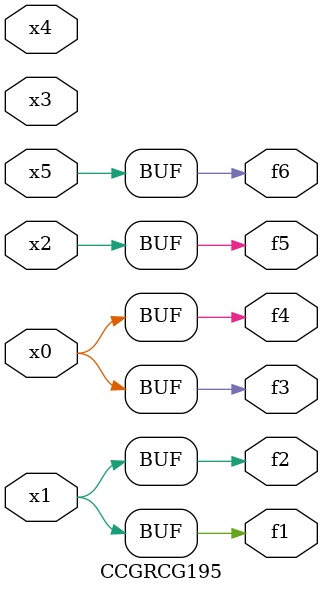
<source format=v>
module CCGRCG195(
	input x0, x1, x2, x3, x4, x5,
	output f1, f2, f3, f4, f5, f6
);
	assign f1 = x1;
	assign f2 = x1;
	assign f3 = x0;
	assign f4 = x0;
	assign f5 = x2;
	assign f6 = x5;
endmodule

</source>
